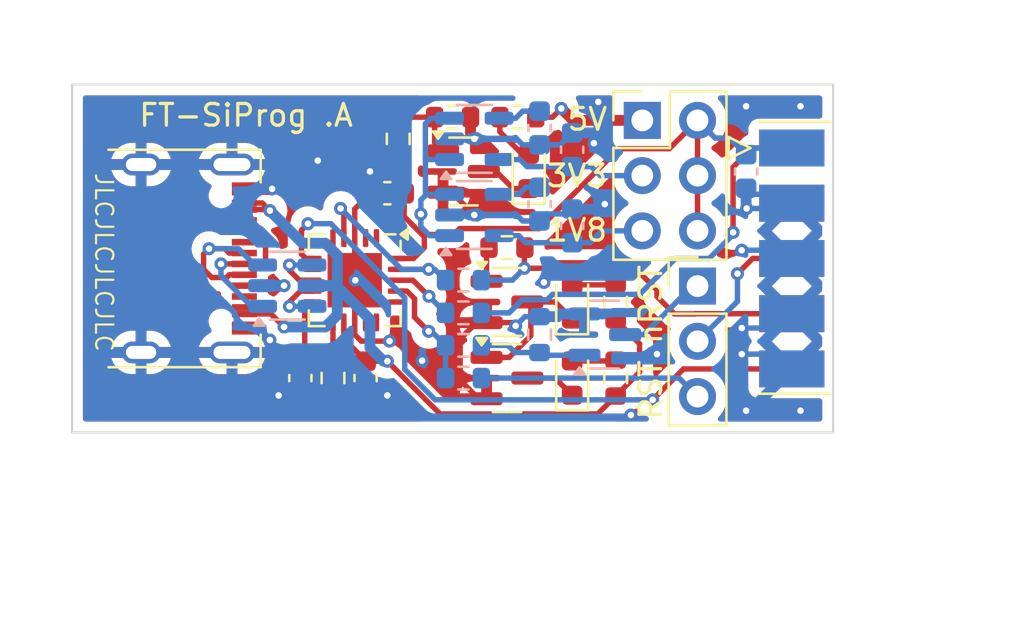
<source format=kicad_pcb>
(kicad_pcb (version 20240108) (generator "pcbnew") (generator_version "8.0")
  (layers (0 "F.Cu" signal) (1 "In1.Cu" signal) (2 "In2.Cu" signal) (31 "B.Cu" signal) (34 "B.Paste" user) (35 "F.Paste" user) (36 "B.SilkS" user "B.Silkscreen") (37 "F.SilkS" user "F.Silkscreen") (38 "B.Mask" user) (39 "F.Mask" user) (44 "Edge.Cuts" user))
  (net 0 "")
  (net 1 "/nRESET")
  (net 2 "Net-(Q1-G)")
  (net 3 "GND")
  (net 4 "Net-(U1-~{RESET})")
  (net 8 "Net-(U1-~{DTR})")
  (net 9 "Net-(U1-3V3OUT)")
  (net 14 "/MOSI{slash}SDA")
  (net 15 "/RST")
  (net 16 "VCC")
  (net 17 "/RESET")
  (net 18 "/SCK{slash}SCL")
  (net 19 "Net-(U2-BP)")
  (net 20 "3V3")
  (net 21 "Net-(U3-BP)")
  (net 22 "1V8")
  (net 23 "Net-(D1-K)")
  (net 24 "Net-(D1-A)")
  (net 25 "Net-(D2-A)")
  (net 26 "Net-(D2-K)")
  (net 27 "Net-(D3-A)")
  (net 28 "Net-(D3-K)")
  (net 29 "Net-(Q2-G)")
  (net 30 "Net-(Q3-G)")
  (net 35 "Net-(U1-USBDP)")
  (net 36 "Net-(U1-USBDM)")
  (net 37 "Net-(J5-D+-PadA6)")
  (net 38 "Net-(J5-D--PadA7)")
  (net 39 "/MISO{slash}SDA")
  (net 40 "Net-(U1-TXD)")
  (net 41 "Net-(U1-~{DSR})")
  (net 43 "VUSB")
  (footprint "LED_SMD:LED_0603_1608Metric" (layer "F.Cu") (at 138 110.5 90)
    (property "Reference" "D3" (hide yes))
    (property "Value" "LED")
    (pad "1" smd roundrect (at -0.7875 0 90) (size 0.875 0.95) (layers "F.Cu" "F.Paste" "F.Mask") (net 28 "Net-(D3-K)"))
    (pad "2" smd roundrect (at 0.7875 0 90) (size 0.875 0.95) (layers "F.Cu" "F.Paste" "F.Mask") (net 27 "Net-(D3-A)"))
  )
  (footprint "Resistor_SMD:R_0603_1608Metric" (layer "F.Cu") (at 127 110.5 -90)
    (property "Reference" "R2" (hide yes))
    (property "Value" "R")
    (pad "1" smd roundrect (at -0.825 0 270) (size 0.8 0.95) (layers "F.Cu" "F.Paste" "F.Mask") (net 4 "Net-(U1-~{RESET})"))
    (pad "2" smd roundrect (at 0.825 0 270) (size 0.8 0.95) (layers "F.Cu" "F.Paste" "F.Mask") (net 9 "Net-(U1-3V3OUT)"))
  )
  (footprint "Resistor_SMD:R_0603_1608Metric" (layer "F.Cu") (at 140 107 -90)
    (property "Reference" "R11" (hide yes))
    (property "Value" "R")
    (pad "1" smd roundrect (at -0.825 0 270) (size 0.8 0.95) (layers "F.Cu" "F.Paste" "F.Mask") (net 25 "Net-(D2-A)"))
    (pad "2" smd roundrect (at 0.825 0 270) (size 0.8 0.95) (layers "F.Cu" "F.Paste" "F.Mask") (net 43 "VUSB"))
  )
  (footprint "Resistor_SMD:R_0603_1608Metric" (layer "F.Cu") (at 135.5 98.5)
    (property "Reference" "R9" (hide yes))
    (property "Value" "R")
    (pad "1" smd roundrect (at -0.825 0) (size 0.8 0.95) (layers "F.Cu" "F.Paste" "F.Mask") (net 24 "Net-(D1-A)"))
    (pad "2" smd roundrect (at 0.825 0) (size 0.8 0.95) (layers "F.Cu" "F.Paste" "F.Mask") (net 43 "VUSB"))
  )
  (footprint "Capacitor_SMD:C_0603_1608Metric" (layer "F.Cu") (at 125.5 110.5 -90)
    (property "Reference" "C3" (hide yes))
    (property "Value" "C")
    (pad "1" smd roundrect (at -0.775 0 270) (size 0.9 0.95) (layers "F.Cu" "F.Paste" "F.Mask") (net 9 "Net-(U1-3V3OUT)"))
    (pad "2" smd roundrect (at 0.775 0 270) (size 0.9 0.95) (layers "F.Cu" "F.Paste" "F.Mask") (net 3 "GND"))
  )
  (footprint "Resistor_SMD:R_0603_1608Metric" (layer "F.Cu") (at 135 104.5 180)
    (property "Reference" "R10" (hide yes))
    (property "Value" "R")
    (pad "1" smd roundrect (at -0.825 0 180) (size 0.8 0.95) (layers "F.Cu" "F.Paste" "F.Mask") (net 18 "/SCK{slash}SCL"))
    (pad "2" smd roundrect (at 0.825 0 180) (size 0.8 0.95) (layers "F.Cu" "F.Paste" "F.Mask") (net 30 "Net-(Q3-G)"))
  )
  (footprint "Resistor_SMD:R_0603_1608Metric" (layer "F.Cu") (at 140 110.5 -90)
    (property "Reference" "R12" (hide yes))
    (property "Value" "R")
    (pad "1" smd roundrect (at -0.825 0 270) (size 0.8 0.95) (layers "F.Cu" "F.Paste" "F.Mask") (net 27 "Net-(D3-A)"))
    (pad "2" smd roundrect (at 0.825 0 270) (size 0.8 0.95) (layers "F.Cu" "F.Paste" "F.Mask") (net 43 "VUSB"))
  )
  (footprint "Capacitor_SMD:C_0603_1608Metric" (layer "F.Cu") (at 129.5 102 180)
    (property "Reference" "C2" (hide yes))
    (property "Value" "C")
    (pad "1" smd roundrect (at -0.775 0 180) (size 0.9 0.95) (layers "F.Cu" "F.Paste" "F.Mask") (net 16 "VCC"))
    (pad "2" smd roundrect (at 0.775 0 180) (size 0.9 0.95) (layers "F.Cu" "F.Paste" "F.Mask") (net 3 "GND"))
  )
  (footprint "Connector_PinHeader_2.54mm:PinHeader_1x03_P2.54mm_Vertical" (layer "F.Cu") (at 143.765 106.27)
    (property "Reference" "J2" (hide yes))
    (property "Value" "RESET")
    (pad "1" thru_hole rect (at 0 0) (size 1.7 1.7) (drill 1) (layers "*.Cu" "*.Mask") (net 1 "/nRESET"))
    (pad "2" thru_hole oval (at 0 2.54) (size 1.7 1.7) (drill 1) (layers "*.Cu" "*.Mask") (net 15 "/RST"))
    (pad "3" thru_hole oval (at 0 5.08) (size 1.7 1.7) (drill 1) (layers "*.Cu" "*.Mask") (net 17 "/RESET"))
  )
  (footprint "Resistor_SMD:R_0603_1608Metric" (layer "F.Cu") (at 132.5 98.5 180)
    (property "Reference" "R8" (hide yes))
    (property "Value" "R")
    (pad "1" smd roundrect (at -0.825 0 180) (size 0.8 0.95) (layers "F.Cu" "F.Paste" "F.Mask") (net 3 "GND"))
    (pad "2" smd roundrect (at 0.825 0 180) (size 0.8 0.95) (layers "F.Cu" "F.Paste" "F.Mask") (net 29 "Net-(Q2-G)"))
  )
  (footprint "LED_SMD:LED_0603_1608Metric" (layer "F.Cu") (at 138 107 90)
    (property "Reference" "D2" (hide yes))
    (property "Value" "LED")
    (pad "1" smd roundrect (at -0.7875 0 90) (size 0.875 0.95) (layers "F.Cu" "F.Paste" "F.Mask") (net 26 "Net-(D2-K)"))
    (pad "2" smd roundrect (at 0.7875 0 90) (size 0.875 0.95) (layers "F.Cu" "F.Paste" "F.Mask") (net 25 "Net-(D2-A)"))
  )
  (footprint "Capacitor_SMD:C_0603_1608Metric" (layer "F.Cu") (at 128.5 110.5 -90)
    (property "Reference" "C1" (hide yes))
    (property "Value" "C")
    (pad "1" smd roundrect (at -0.775 0 270) (size 0.9 0.95) (layers "F.Cu" "F.Paste" "F.Mask") (net 43 "VUSB"))
    (pad "2" smd roundrect (at 0.775 0 270) (size 0.9 0.95) (layers "F.Cu" "F.Paste" "F.Mask") (net 3 "GND"))
  )
  (footprint "Package_DFN_QFN:QFN-20-1EP_4x4mm_P0.5mm_EP2.5x2.5mm" (layer "F.Cu") (at 128 106 -90)
    (property "Reference" "U1" (hide yes))
    (property "Value" "FT231XQ")
    (pad "1" smd roundrect (at -1.9375 -1 270) (size 0.825 0.25) (layers "F.Cu" "F.Paste" "F.Mask"))
    (pad "2" smd roundrect (at -1.9375 -0.5 270) (size 0.825 0.25) (layers "F.Cu" "F.Paste" "F.Mask"))
    (pad "3" smd roundrect (at -1.9375 0 270) (size 0.825 0.25) (layers "F.Cu" "F.Paste" "F.Mask") (net 3 "GND"))
    (pad "4" smd roundrect (at -1.9375 0.5 270) (size 0.825 0.25) (layers "F.Cu" "F.Paste" "F.Mask") (net 41 "Net-(U1-~{DSR})"))
    (pad "5" smd roundrect (at -1.9375 1 270) (size 0.825 0.25) (layers "F.Cu" "F.Paste" "F.Mask"))
    (pad "6" smd roundrect (at -1 1.9375 270) (size 0.25 0.825) (layers "F.Cu" "F.Paste" "F.Mask") (net 39 "/MISO{slash}SDA"))
    (pad "7" smd roundrect (at -0.5 1.9375 270) (size 0.25 0.825) (layers "F.Cu" "F.Paste" "F.Mask"))
    (pad "8" smd roundrect (at 0 1.9375 270) (size 0.25 0.825) (layers "F.Cu" "F.Paste" "F.Mask") (net 35 "Net-(U1-USBDP)"))
    (pad "9" smd roundrect (at 0.5 1.9375 270) (size 0.25 0.825) (layers "F.Cu" "F.Paste" "F.Mask") (net 36 "Net-(U1-USBDM)"))
    (pad "10" smd roundrect (at 1 1.9375 270) (size 0.25 0.825) (layers "F.Cu" "F.Paste" "F.Mask") (net 9 "Net-(U1-3V3OUT)"))
    (pad "11" smd roundrect (at 1.9375 1 270) (size 0.825 0.25) (layers "F.Cu" "F.Paste" "F.Mask") (net 4 "Net-(U1-~{RESET})"))
    (pad "12" smd roundrect (at 1.9375 0.5 270) (size 0.825 0.25) (layers "F.Cu" "F.Paste" "F.Mask") (net 43 "VUSB"))
    (pad "13" smd roundrect (at 1.9375 0 270) (size 0.825 0.25) (layers "F.Cu" "F.Paste" "F.Mask") (net 3 "GND"))
    (pad "14" smd roundrect (at 1.9375 -0.5 270) (size 0.825 0.25) (layers "F.Cu" "F.Paste" "F.Mask"))
    (pad "15" smd roundrect (at 1.9375 -1 270) (size 0.825 0.25) (layers "F.Cu" "F.Paste" "F.Mask"))
    (pad "16" smd roundrect (at 1 -1.9375 270) (size 0.25 0.825) (layers "F.Cu" "F.Paste" "F.Mask"))
    (pad "17" smd roundrect (at 0.5 -1.9375 270) (size 0.25 0.825) (layers "F.Cu" "F.Paste" "F.Mask") (net 40 "Net-(U1-TXD)"))
    (pad "18" smd roundrect (at 0 -1.9375 270) (size 0.25 0.825) (layers "F.Cu" "F.Paste" "F.Mask") (net 8 "Net-(U1-~{DTR})"))
    (pad "19" smd roundrect (at -0.5 -1.9375 270) (size 0.25 0.825) (layers "F.Cu" "F.Paste" "F.Mask") (net 41 "Net-(U1-~{DSR})"))
    (pad "20" smd roundrect (at -1 -1.9375 270) (size 0.25 0.825) (layers "F.Cu" "F.Paste" "F.Mask") (net 16 "VCC"))
    (pad "21" smd rect (at 0 0 270) (size 2.5 2.5) (property pad_prop_heatsink) (layers "F.Cu" "F.Mask") (net 3 "GND"))
  )
  (footprint "Resistor_SMD:R_0603_1608Metric" (layer "F.Cu") (at 130 99.5 90)
    (property "Reference" "R7" (hide yes))
    (property "Value" "R")
    (pad "1" smd roundrect (at -0.825 0 90) (size 0.8 0.95) (layers "F.Cu" "F.Paste" "F.Mask") (net 16 "VCC"))
    (pad "2" smd roundrect (at 0.825 0 90) (size 0.8 0.95) (layers "F.Cu" "F.Paste" "F.Mask") (net 29 "Net-(Q2-G)"))
  )
  (footprint "Package_TO_SOT_SMD:SOT-23" (layer "F.Cu") (at 135 107)
    (property "Reference" "Q3" (hide yes))
    (property "Value" "BSS138")
    (pad "1" smd roundrect (at -0.9375 -0.95) (size 1.475 0.6) (layers "F.Cu" "F.Paste" "F.Mask") (net 30 "Net-(Q3-G)"))
    (pad "2" smd roundrect (at -0.9375 0.95) (size 1.475 0.6) (layers "F.Cu" "F.Paste" "F.Mask") (net 3 "GND"))
    (pad "3" smd roundrect (at 0.9375 0) (size 1.475 0.6) (layers "F.Cu" "F.Paste" "F.Mask") (net 26 "Net-(D2-K)"))
  )
  (footprint "LED_SMD:LED_0603_1608Metric" (layer "F.Cu") (at 136 101 90)
    (property "Reference" "D1" (hide yes))
    (property "Value" "LED")
    (pad "1" smd roundrect (at -0.7875 0 90) (size 0.875 0.95) (layers "F.Cu" "F.Paste" "F.Mask") (net 23 "Net-(D1-K)"))
    (pad "2" smd roundrect (at 0.7875 0 90) (size 0.875 0.95) (layers "F.Cu" "F.Paste" "F.Mask") (net 24 "Net-(D1-A)"))
  )
  (footprint "Package_TO_SOT_SMD:SOT-23" (layer "F.Cu") (at 133 101)
    (property "Reference" "Q2" (hide yes))
    (property "Value" "BSS138")
    (pad "1" smd roundrect (at -0.9375 -0.95) (size 1.475 0.6) (layers "F.Cu" "F.Paste" "F.Mask") (net 29 "Net-(Q2-G)"))
    (pad "2" smd roundrect (at -0.9375 0.95) (size 1.475 0.6) (layers "F.Cu" "F.Paste" "F.Mask") (net 3 "GND"))
    (pad "3" smd roundrect (at 0.9375 0) (size 1.475 0.6) (layers "F.Cu" "F.Paste" "F.Mask") (net 23 "Net-(D1-K)"))
  )
  (footprint "Package_TO_SOT_SMD:SOT-23" (layer "F.Cu") (at 135 110.5)
    (property "Reference" "Q4" (hide yes))
    (property "Value" "BSS138")
    (pad "1" smd roundrect (at -0.9375 -0.95) (size 1.475 0.6) (layers "F.Cu" "F.Paste" "F.Mask") (net 26 "Net-(D2-K)"))
    (pad "2" smd roundrect (at -0.9375 0.95) (size 1.475 0.6) (layers "F.Cu" "F.Paste" "F.Mask") (net 3 "GND"))
    (pad "3" smd roundrect (at 0.9375 0) (size 1.475 0.6) (layers "F.Cu" "F.Paste" "F.Mask") (net 28 "Net-(D3-K)"))
  )
  (footprint "all_gk_fp_Ki8:IDC-Header_2x05_P2.54mm_EDGE" (layer "F.Cu") (at 149.878 105)
    (property "Reference" "J1" (hide yes))
    (property "Value" "ISP")
    (pad "1" smd rect (at -1.778 -5.08) (size 3 1.7) (layers "F.Cu" "F.Mask") (net 14 "/MOSI{slash}SDA"))
    (pad "2" smd rect (at -1.778 -5.08) (size 3 1.7) (layers "B.Cu" "B.Mask") (net 16 "VCC"))
    (pad "3" smd rect (at -1.778 -2.54) (size 3 1.7) (layers "F.Cu" "F.Mask"))
    (pad "4" smd rect (at -1.778 -2.54) (size 3 1.7) (layers "B.Cu" "B.Mask") (net 3 "GND"))
    (pad "5" smd rect (at -1.778 0) (size 3 1.7) (layers "F.Cu" "F.Mask") (net 15 "/RST"))
    (pad "6" smd rect (at -1.778 0) (size 3 1.7) (layers "B.Cu" "B.Mask") (net 3 "GND"))
    (pad "7" smd rect (at -1.778 2.54) (size 3 1.7) (layers "F.Cu" "F.Mask") (net 18 "/SCK{slash}SCL"))
    (pad "8" smd rect (at -1.778 2.54) (size 3 1.7) (layers "B.Cu" "B.Mask") (net 3 "GND"))
    (pad "9" smd rect (at -1.778 5.08) (size 3 1.7) (layers "F.Cu" "F.Mask") (net 39 "/MISO{slash}SDA"))
    (pad "10" smd rect (at -1.778 5.08) (size 3 1.7) (layers "B.Cu" "B.Mask") (net 3 "GND"))
  )
  (footprint "Connector_PinHeader_2.54mm:PinHeader_2x03_P2.54mm_Vertical" (layer "F.Cu") (at 141.225 98.65)
    (property "Reference" "J4" (hide yes))
    (property "Value" "Conn_02x03_Odd_Even")
    (pad "1" thru_hole rect (at 0 0) (size 1.7 1.7) (drill 1) (layers "*.Cu" "*.Mask") (net 43 "VUSB"))
    (pad "2" thru_hole oval (at 2.54 0) (size 1.7 1.7) (drill 1) (layers "*.Cu" "*.Mask") (net 16 "VCC"))
    (pad "3" thru_hole oval (at 0 2.54) (size 1.7 1.7) (drill 1) (layers "*.Cu" "*.Mask") (net 20 "3V3"))
    (pad "4" thru_hole oval (at 2.54 2.54) (size 1.7 1.7) (drill 1) (layers "*.Cu" "*.Mask") (net 16 "VCC"))
    (pad "5" thru_hole oval (at 0 5.08) (size 1.7 1.7) (drill 1) (layers "*.Cu" "*.Mask") (net 22 "1V8"))
    (pad "6" thru_hole oval (at 2.54 5.08) (size 1.7 1.7) (drill 1) (layers "*.Cu" "*.Mask") (net 16 "VCC"))
  )
  (footprint "all_gk_fp_Ki8:USB_C_Receptacle_Wuerth_629722000214" (layer "F.Cu") (at 118.675 105 -90)
    (property "Reference" "J5" (hide yes))
    (property "Value" "USB_C_Receptacle_USB2.0_16P")
    (pad "" np_thru_hole circle (at -2.89 -3.18 270) (size 0.65 0.65) (drill 0.65) (layers "F&B.Cu" "*.Mask"))
    (pad "" np_thru_hole circle (at 2.89 -3.18 270) (size 0.65 0.65) (drill 0.65) (layers "F&B.Cu" "*.Mask"))
    (pad "A1" smd rect (at -3.35 -4.25 270) (size 0.3 1.15) (layers "F.Cu" "F.Paste" "F.Mask") (net 3 "GND"))
    (pad "A4" smd rect (at -2.55 -4.25 270) (size 0.3 1.15) (layers "F.Cu" "F.Paste" "F.Mask") (net 43 "VUSB"))
    (pad "A5" smd rect (at -1.25 -4.25 270) (size 0.3 1.15) (layers "F.Cu" "F.Paste" "F.Mask"))
    (pad "A6" smd rect (at -0.25 -4.25 270) (size 0.3 1.15) (layers "F.Cu" "F.Paste" "F.Mask") (net 37 "Net-(J5-D+-PadA6)"))
    (pad "A7" smd rect (at 0.25 -4.25 270) (size 0.3 1.15) (layers "F.Cu" "F.Paste" "F.Mask") (net 38 "Net-(J5-D--PadA7)"))
    (pad "A8" smd rect (at 1.25 -4.25 270) (size 0.3 1.15) (layers "F.Cu" "F.Paste" "F.Mask"))
    (pad "A9" smd rect (at 2.55 -4.25 270) (size 0.3 1.15) (layers "F.Cu" "F.Paste" "F.Mask") (net 43 "VUSB"))
    (pad "A12" smd rect (at 3.35 -4.25 270) (size 0.3 1.15) (layers "F.Cu" "F.Paste" "F.Mask") (net 3 "GND"))
    (pad "B1" smd rect (at 3.05 -4.25 270) (size 0.3 1.15) (layers "F.Cu" "F.Paste" "F.Mask") (net 3 "GND"))
    (pad "B4" smd rect (at 2.25 -4.25 270) (size 0.3 1.15) (layers "F.Cu" "F.Paste" "F.Mask") (net 43 "VUSB"))
    (pad "B5" smd rect (at 1.75 -4.25 270) (size 0.3 1.15) (layers "F.Cu" "F.Paste" "F.Mask"))
    (pad "B6" smd rect (at 0.75 -4.25 270) (size 0.3 1.15) (layers "F.Cu" "F.Paste" "F.Mask") (net 37 "Net-(J5-D+-PadA6)"))
    (pad "B7" smd rect (at -0.75 -4.25 270) (size 0.3 1.15) (layers "F.Cu" "F.Paste" "F.Mask") (net 38 "Net-(J5-D--PadA7)"))
    (pad "B8" smd rect (at -1.75 -4.25 270) (size 0.3 1.15) (layers "F.Cu" "F.Paste" "F.Mask"))
    (pad "B9" smd rect (at -2.25 -4.25 270) (size 0.3 1.15) (layers "F.Cu" "F.Paste" "F.Mask") (net 43 "VUSB"))
    (pad "B12" smd rect (at -3.05 -4.25 270) (size 0.3 1.15) (layers "F.Cu" "F.Paste" "F.Mask") (net 3 "GND"))
    (pad "S1" thru_hole oval (at -4.32 -3.68 270) (size 1 2.1) (drill oval 0.6 1.7) (layers "*.Cu" "*.Mask") (net 3 "GND"))
    (pad "S1" thru_hole oval (at -4.32 0.5 270) (size 1 1.8) (drill oval 0.6 1.4) (layers "*.Cu" "*.Mask") (net 3 "GND"))
    (pad "S1" thru_hole oval (at 4.32 -3.68 270) (size 1 2.1) (drill oval 0.6 1.7) (layers "*.Cu" "*.Mask") (net 3 "GND"))
    (pad "S1" thru_hole oval (at 4.32 0.5 270) (size 1 1.8) (drill oval 0.6 1.4) (layers "*.Cu" "*.Mask") (net 3 "GND"))
  )
  (footprint "Resistor_SMD:R_0603_1608Metric" (layer "B.Cu") (at 136.5 108.5 -90)
    (property "Reference" "R1" (hide yes))
    (property "Value" "R")
    (pad "1" smd roundrect (at -0.825 0 270) (size 0.8 0.95) (layers "B.Cu" "B.Paste" "B.Mask") (net 3 "GND"))
    (pad "2" smd roundrect (at 0.825 0 270) (size 0.8 0.95) (layers "B.Cu" "B.Paste" "B.Mask") (net 2 "Net-(Q1-G)"))
  )
  (footprint "Capacitor_SMD:C_0603_1608Metric" (layer "B.Cu") (at 136.5 99 -90)
    (property "Reference" "C5" (hide yes))
    (property "Value" "C")
    (pad "1" smd roundrect (at -0.775 0 270) (size 0.9 0.95) (layers "B.Cu" "B.Paste" "B.Mask") (net 19 "Net-(U2-BP)"))
    (pad "2" smd roundrect (at 0.775 0 270) (size 0.9 0.95) (layers "B.Cu" "B.Paste" "B.Mask") (net 3 "GND"))
  )
  (footprint "Resistor_SMD:R_0603_1608Metric" (layer "B.Cu") (at 133 108.995)
    (property "Reference" "R3" (hide yes))
    (property "Value" "R")
    (pad "1" smd roundrect (at -0.825 0) (size 0.8 0.95) (layers "B.Cu" "B.Paste" "B.Mask") (net 40 "Net-(U1-TXD)"))
    (pad "2" smd roundrect (at 0.825 0) (size 0.8 0.95) (layers "B.Cu" "B.Paste" "B.Mask") (net 2 "Net-(Q1-G)"))
  )
  (footprint "Package_TO_SOT_SMD:SOT-23-5" (layer "B.Cu") (at 133.5 103)
    (property "Reference" "U3" (hide yes))
    (property "Value" "AP131-18")
    (pad "1" smd roundrect (at -1.1375 0.95) (size 1.325 0.6) (layers "B.Cu" "B.Paste" "B.Mask") (net 43 "VUSB"))
    (pad "2" smd roundrect (at -1.1375 0) (size 1.325 0.6) (layers "B.Cu" "B.Paste" "B.Mask") (net 3 "GND"))
    (pad "3" smd roundrect (at -1.1375 -0.95) (size 1.325 0.6) (layers "B.Cu" "B.Paste" "B.Mask") (net 43 "VUSB"))
    (pad "4" smd roundrect (at 1.1375 -0.95) (size 1.325 0.6) (layers "B.Cu" "B.Paste" "B.Mask") (net 21 "Net-(U3-BP)"))
    (pad "5" smd roundrect (at 1.1375 0.95) (size 1.325 0.6) (layers "B.Cu" "B.Paste" "B.Mask") (net 22 "1V8"))
  )
  (footprint "Capacitor_SMD:C_0603_1608Metric" (layer "B.Cu") (at 146 101 -90)
    (property "Reference" "C4" (hide yes))
    (property "Value" "C")
    (pad "1" smd roundrect (at -0.775 0 270) (size 0.9 0.95) (layers "B.Cu" "B.Paste" "B.Mask") (net 16 "VCC"))
    (pad "2" smd roundrect (at 0.775 0 270) (size 0.9 0.95) (layers "B.Cu" "B.Paste" "B.Mask") (net 3 "GND"))
  )
  (footprint "Resistor_SMD:R_0603_1608Metric" (layer "B.Cu") (at 133 105.995)
    (property "Reference" "R5" (hide yes))
    (property "Value" "R")
    (pad "1" smd roundrect (at -0.825 0) (size 0.8 0.95) (layers "B.Cu" "B.Paste" "B.Mask") (net 41 "Net-(U1-~{DSR})"))
    (pad "2" smd roundrect (at 0.825 0) (size 0.8 0.95) (layers "B.Cu" "B.Paste" "B.Mask") (net 18 "/SCK{slash}SCL"))
  )
  (footprint "Resistor_SMD:R_0603_1608Metric" (layer "B.Cu") (at 133 107.5)
    (property "Reference" "R6" (hide yes))
    (property "Value" "R")
    (pad "1" smd roundrect (at -0.825 0) (size 0.8 0.95) (layers "B.Cu" "B.Paste" "B.Mask") (net 8 "Net-(U1-~{DTR})"))
    (pad "2" smd roundrect (at 0.825 0) (size 0.8 0.95) (layers "B.Cu" "B.Paste" "B.Mask") (net 14 "/MOSI{slash}SDA"))
  )
  (footprint "Capacitor_SMD:C_0603_1608Metric" (layer "B.Cu") (at 138 103.5 90)
    (property "Reference" "C8" (hide yes))
    (property "Value" "C")
    (pad "1" smd roundrect (at -0.775 0 90) (size 0.9 0.95) (layers "B.Cu" "B.Paste" "B.Mask") (net 22 "1V8"))
    (pad "2" smd roundrect (at 0.775 0 90) (size 0.9 0.95) (layers "B.Cu" "B.Paste" "B.Mask") (net 3 "GND"))
  )
  (footprint "Capacitor_SMD:C_0603_1608Metric" (layer "B.Cu") (at 136.5 102.5 -90)
    (property "Reference" "C7" (hide yes))
    (property "Value" "C")
    (pad "1" smd roundrect (at -0.775 0 270) (size 0.9 0.95) (layers "B.Cu" "B.Paste" "B.Mask") (net 21 "Net-(U3-BP)"))
    (pad "2" smd roundrect (at 0.775 0 270) (size 0.9 0.95) (layers "B.Cu" "B.Paste" "B.Mask") (net 3 "GND"))
  )
  (footprint "Resistor_SMD:R_0603_1608Metric" (layer "B.Cu") (at 133 110.5)
    (property "Reference" "R4" (hide yes))
    (property "Value" "R")
    (pad "1" smd roundrect (at -0.825 0) (size 0.8 0.95) (layers "B.Cu" "B.Paste" "B.Mask") (net 40 "Net-(U1-TXD)"))
    (pad "2" smd roundrect (at 0.825 0) (size 0.8 0.95) (layers "B.Cu" "B.Paste" "B.Mask") (net 17 "/RESET"))
  )
  (footprint "Capacitor_SMD:C_0603_1608Metric" (layer "B.Cu") (at 138 100 90)
    (property "Reference" "C6" (hide yes))
    (property "Value" "C")
    (pad "1" smd roundrect (at -0.775 0 90) (size 0.9 0.95) (layers "B.Cu" "B.Paste" "B.Mask") (net 20 "3V3"))
    (pad "2" smd roundrect (at 0.775 0 90) (size 0.9 0.95) (layers "B.Cu" "B.Paste" "B.Mask") (net 3 "GND"))
  )
  (footprint "Package_TO_SOT_SMD:SOT-23" (layer "B.Cu") (at 139.5 108.5)
    (property "Reference" "Q1" (hide yes))
    (property "Value" "BSS138")
    (pad "1" smd roundrect (at -0.9375 0.95) (size 1.475 0.6) (layers "B.Cu" "B.Paste" "B.Mask") (net 2 "Net-(Q1-G)"))
    (pad "2" smd roundrect (at -0.9375 -0.95) (size 1.475 0.6) (layers "B.Cu" "B.Paste" "B.Mask") (net 3 "GND"))
    (pad "3" smd roundrect (at 0.9375 0) (size 1.475 0.6) (layers "B.Cu" "B.Paste" "B.Mask") (net 1 "/nRESET"))
  )
  (footprint "Package_TO_SOT_SMD:SOT-23-6" (layer "B.Cu") (at 124.9 106.25)
    (property "Reference" "U4" (hide yes))
    (property "Value" "WE-TVS-82400102")
    (pad "1" smd roundrect (at -1.1375 0.95) (size 1.325 0.6) (layers "B.Cu" "B.Paste" "B.Mask") (net 38 "Net-(J5-D--PadA7)"))
    (pad "2" smd roundrect (at -1.1375 0) (size 1.325 0.6) (layers "B.Cu" "B.Paste" "B.Mask") (net 3 "GND"))
    (pad "3" smd roundrect (at -1.1375 -0.95) (size 1.325 0.6) (layers "B.Cu" "B.Paste" "B.Mask") (net 37 "Net-(J5-D+-PadA6)"))
    (pad "4" smd roundrect (at 1.1375 -0.95) (size 1.325 0.6) (layers "B.Cu" "B.Paste" "B.Mask") (net 35 "Net-(U1-USBDP)"))
    (pad "5" smd roundrect (at 1.1375 0) (size 1.325 0.6) (layers "B.Cu" "B.Paste" "B.Mask") (net 43 "VUSB"))
    (pad "6" smd roundrect (at 1.1375 0.95) (size 1.325 0.6) (layers "B.Cu" "B.Paste" "B.Mask") (net 36 "Net-(U1-USBDM)"))
  )
  (footprint "Package_TO_SOT_SMD:SOT-23-5" (layer "B.Cu") (at 133.5 99.5)
    (property "Reference" "U2" (hide yes))
    (property "Value" "AP131-33")
    (pad "1" smd roundrect (at -1.1375 0.95) (size 1.325 0.6) (layers "B.Cu" "B.Paste" "B.Mask") (net 43 "VUSB"))
    (pad "2" smd roundrect (at -1.1375 0) (size 1.325 0.6) (layers "B.Cu" "B.Paste" "B.Mask") (net 3 "GND"))
    (pad "3" smd roundrect (at -1.1375 -0.95) (size 1.325 0.6) (layers "B.Cu" "B.Paste" "B.Mask") (net 43 "VUSB"))
    (pad "4" smd roundrect (at 1.1375 -0.95) (size 1.325 0.6) (layers "B.Cu" "B.Paste" "B.Mask") (net 19 "Net-(U2-BP)"))
    (pad "5" smd roundrect (at 1.1375 0.95) (size 1.325 0.6) (layers "B.Cu" "B.Paste" "B.Mask") (net 20 "3V3"))
  )
  (gr_line (start 115 113) (end 115 97) (stroke (width 0.1)) (layer "Edge.Cuts"))
  (gr_line (start 150 113) (end 115 113) (stroke (width 0.1)) (layer "Edge.Cuts"))
  (gr_line (start 150 97) (end 150 113) (stroke (width 0.1)) (layer "Edge.Cuts"))
  (gr_line (start 115 97) (end 150 97) (stroke (width 0.1)) (layer "Edge.Cuts"))
  (gr_text "FT-SiProg .A" (at 118 99 0) (layer "F.SilkS") (effects (font (size 1 1)) (justify left bottom)))
  (gr_text "JLCJLCJLCJLC" (at 116 101 -90) (layer "F.SilkS") (effects (font (size 0.8 0.8) (thickness 0.1)) (justify left bottom)))
  (gr_text "RST nRST" (at 142.2 112.5 90) (layer "F.SilkS") (effects (font (size 1 1)) (justify left bottom)))
  (gr_text "1V8" (at 139.7 103.7 0) (layer "F.SilkS") (effects (font (size 1 1)) (justify right)))
  (gr_text "5V" (at 139.7 98.6 0) (layer "F.SilkS") (effects (font (size 1 1)) (justify right)))
  (gr_text "3V3" (at 139.7 101.2 0) (layer "F.SilkS") (effects (font (size 1 1)) (justify right)))
  (segment (start 140.4375 108.5) (end 141.3 108.5) (width 0.25) (layer "B.Cu") (net 1))
  (segment (start 141.3 108.5) (end 143.53 106.27) (width 0.25) (layer "B.Cu") (net 1))
  (segment (start 143.53 106.27) (end 143.765 106.27) (width 0.25) (layer "B.Cu") (net 1))
  (segment (start 135.045 108.995) (end 133.825 108.995) (width 0.25) (layer "B.Cu") (net 2))
  (segment (start 135.375 109.325) (end 135.045 108.995) (width 0.25) (layer "B.Cu") (net 2))
  (segment (start 138.5625 109.45) (end 136.625 109.45) (width 0.25) (layer "B.Cu") (net 2))
  (segment (start 136.5 109.325) (end 135.375 109.325) (width 0.25) (layer "B.Cu") (net 2))
  (segment (start 136.625 109.45) (end 136.5 109.325) (width 0.25) (layer "B.Cu") (net 2))
  (segment (start 128 102.725) (end 128.725 102) (width 0.25) (layer "F.Cu") (net 3))
  (segment (start 123.8 108.15) (end 123.8 108.45) (width 0.25) (layer "F.Cu") (net 3))
  (segment (start 124.1 108.75) (end 123.7 108.35) (width 0.25) (layer "F.Cu") (net 3))
  (segment (start 124.05 101.95) (end 124.2 101.8) (width 0.25) (layer "F.Cu") (net 3))
  (segment (start 123.7 108.35) (end 122.925 108.35) (width 0.25) (layer "F.Cu") (net 3))
  (segment (start 132.0625 101.95) (end 132.45 101.95) (width 0.25) (layer "F.Cu") (net 3))
  (segment (start 123.8 108.45) (end 124.1 108.75) (width 0.25) (layer "F.Cu") (net 3))
  (segment (start 128 106) (end 128.023415 106) (width 0.25) (layer "F.Cu") (net 3))
  (segment (start 128.023415 106) (end 128.025 106.001585) (width 0.25) (layer "F.Cu") (net 3))
  (segment (start 132.85 110.6) (end 132.85 108.7) (width 0.25) (layer "F.Cu") (net 3))
  (segment (start 124.2 101.8) (end 124.05 101.65) (width 0.25) (layer "F.Cu") (net 3))
  (segment (start 132.85 108.7) (end 133.6 107.95) (width 0.25) (layer "F.Cu") (net 3))
  (segment (start 129.475 111.275) (end 129.5 111.3) (width 0.25) (layer "F.Cu") (net 3))
  (segment (start 125.5 111.275) (end 124.525 111.275) (width 0.25) (layer "F.Cu") (net 3))
  (segment (start 133.6 107.95) (end 134.0625 107.95) (width 0.25) (layer "F.Cu") (net 3))
  (segment (start 124.05 101.65) (end 122.925 101.65) (width 0.25) (layer "F.Cu") (net 3))
  (segment (start 128 104.0625) (end 128 102.725) (width 0.25) (layer "F.Cu") (net 3))
  (segment (start 135.25 107.95) (end 134.0625 107.95) (width 0.25) (layer "F.Cu") (net 3))
  (segment (start 134.0625 111.45) (end 133.7 111.45) (width 0.25) (layer "F.Cu") (net 3))
  (segment (start 128.5 111.275) (end 129.475 111.275) (width 0.25) (layer "F.Cu") (net 3))
  (segment (start 123.7 108.05) (end 123.8 108.15) (width 0.25) (layer "F.Cu") (net 3))
  (segment (start 128 107.9375) (end 128 108.5) (width 0.25) (layer "F.Cu") (net 3))
  (segment (start 128 108.5) (end 128.3 108.8) (width 0.25) (layer "F.Cu") (net 3))
  (segment (start 122.925 101.95) (end 124.05 101.95) (width 0.25) (layer "F.Cu") (net 3))
  (segment (start 133.325 99.325) (end 133.5 99.5) (width 0.25) (layer "F.Cu") (net 3))
  (segment (start 135.4 108.1) (end 135.25 107.95) (width 0.25) (layer "F.Cu") (net 3))
  (segment (start 128 104.0625) (end 128 106) (width 0.25) (layer "F.Cu") (net 3))
  (segment (start 133.325 98.5) (end 133.325 99.325) (width 0.25) (layer "F.Cu") (net 3))
  (segment (start 132.45 101.95) (end 133.5 103) (width 0.25) (layer "F.Cu") (net 3))
  (segment (start 128.725 101.025) (end 128.7 101) (width 0.25) (layer "F.Cu") (net 3))
  (segment (start 128.725 102) (end 128.725 101.025) (width 0.25) (layer "F.Cu") (net 3))
  (segment (start 128.3 108.8) (end 129.6 108.8) (width 0.25) (layer "F.Cu") (net 3))
  (segment (start 122.925 108.05) (end 123.7 108.05) (width 0.25) (layer "F.Cu") (net 3))
  (segment (start 133.7 111.45) (end 132.85 110.6) (width 0.25) (layer "F.Cu") (net 3))
  (segment (start 128 107.9375) (end 128 106) (width 0.25) (layer "F.Cu") (net 3))
  (segment (start 124.525 111.275) (end 124.5 111.3) (width 0.25) (layer "F.Cu") (net 3))
  (via (at 124.75 106.25) (size 0.6) (drill 0.3) (layers "F.Cu" "B.Cu") (net 3))
  (via (at 145.795558 104.620558) (size 0.6) (drill 0.3) (layers "F.Cu" "B.Cu") (net 3))
  (via (at 124.5 111.3) (size 0.6) (drill 0.3) (layers "F.Cu" "B.Cu") (net 3))
  (via (at 146 112) (size 0.6) (drill 0.3) (layers "F.Cu" "B.Cu") (net 3))
  (via (at 140.7 112.2) (size 0.6) (drill 0.3) (layers "F.Cu" "B.Cu") (net 3))
  (via (at 128.025 106.001585) (size 0.6) (drill 0.3) (layers "F.Cu" "B.Cu") (net 3))
  (via (at 133.5 99.5) (size 0.6) (drill 0.3) (layers "F.Cu" "B.Cu") (net 3))
  (via (at 141.9 109.4) (size 0.6) (drill 0.3) (layers "F.Cu" "B.Cu") (net 3))
  (via (at 136.7 106.1) (size 0.6) (drill 0.3) (layers "F.Cu" "B.Cu") (net 3))
  (via (at 139.2 97.8) (size 0.6) (drill 0.3) (layers "F.Cu" "B.Cu") (net 3))
  (via (at 146.025 102.7) (size 0.6) (drill 0.3) (layers "F.Cu" "B.Cu") (net 3))
  (via (at 135.4 108.1) (size 0.6) (drill 0.3) (layers "F.Cu" "B.Cu") (net 3))
  (via (at 146 98) (size 0.6) (drill 0.3) (layers "F.Cu" "B.Cu") (net 3))
  (via (at 133.5 103) (size 0.6) (drill 0.3) (layers "F.Cu" "B.Cu") (net 3))
  (via (at 139.5 102.5) (size 0.6) (drill 0.3) (layers "F.Cu" "B.Cu") (net 3))
  (via (at 145.8 109.4) (size 0.6) (drill 0.3) (layers "F.Cu" "B.Cu") (net 3))
  (via (at 129.5 111.3) (size 0.6) (drill 0.3) (layers "F.Cu" "B.Cu") (net 3))
  (via (at 124.1 108.75) (size 0.6) (drill 0.3) (layers "F.Cu" "B.Cu") (net 3))
  (via (at 129.6 108.8) (size 0.6) (drill 0.3) (layers "F.Cu" "B.Cu") (net 3))
  (via (at 124.2 101.8) (size 0.6) (drill 0.3) (layers "F.Cu" "B.Cu") (net 3))
  (via (at 126.3 100.5) (size 0.6) (drill 0.3) (layers "F.Cu" "B.Cu") (net 3))
  (via (at 145.8 108.2) (size 0.6) (drill 0.3) (layers "F.Cu" "B.Cu") (net 3))
  (via (at 148.5 112) (size 0.6) (drill 0.3) (layers "F.Cu" "B.Cu") (net 3))
  (via (at 139 99.7) (size 0.6) (drill 0.3) (layers "F.Cu" "B.Cu") (net 3))
  (via (at 128.7 101) (size 0.6) (drill 0.3) (layers "F.Cu" "B.Cu") (net 3))
  (via (at 131.1 109.7) (size 0.6) (drill 0.3) (layers "F.Cu" "B.Cu") (net 3))
  (via (at 148.5 98) (size 0.6) (drill 0.3) (layers "F.Cu" "B.Cu") (net 3))
  (segment (start 123.7625 106.25) (end 124.75 106.25) (width 0.5) (layer "B.Cu") (net 3))
  (segment (start 133.5 103) (end 132.3625 103) (width 0.25) (layer "B.Cu") (net 3))
  (segment (start 137.775 102.95) (end 138 102.725) (width 0.25) (layer "B.Cu") (net 3))
  (segment (start 147.86 102.7) (end 146.025 102.7) (width 0.25) (layer "B.Cu") (net 3))
  (segment (start 135.45 103) (end 135.725 103.275) (width 0.25) (layer "B.Cu") (net 3))
  (segment (start 148.1 110.08) (end 147.42 109.4) (width 0.25) (layer "B.Cu") (net 3))
  (segment (start 136.5 103.275) (end 136.825 102.95) (width 0.25) (layer "B.Cu") (net 3))
  (segment (start 148.1 102.46) (end 147.69 102.05) (width 0.25) (layer "B.Cu") (net 3))
  (segment (start 135.725 103.275) (end 136.5 103.275) (width 0.25) (layer "B.Cu") (net 3))
  (segment (start 147.69 102.05) (end 146.275 102.05) (width 0.25) (layer "B.Cu") (net 3))
  (segment (start 136.5 99.775) (end 137.45 99.775) (width 0.25) (layer "B.Cu") (net 3))
  (segment (start 135.825 107.675) (end 135.4 108.1) (width 0.25) (layer "B.Cu") (net 3))
  (segment (start 137.45 99.775) (end 138 99.225) (width 0.25) (layer "B.Cu") (net 3))
  (segment (start 147.720558 104.620558) (end 145.795558 104.620558) (width 0.25) (layer "B.Cu") (net 3))
  (segment (start 132.3625 103) (end 135.45 103) (width 0.25) (layer "B.Cu") (net 3))
  (segment (start 136.625 107.55) (end 136.5 107.675) (width 0.25) (layer "B.Cu") (net 3))
  (segment (start 146.275 102.05) (end 146 101.775) (width 0.25) (layer "B.Cu") (net 3))
  (segment (start 148.1 105) (end 147.720558 104.620558) (width 0.25) (layer "B.Cu") (net 3))
  (segment (start 148.1 107.54) (end 147.44 108.2) (width 0.25) (layer "B.Cu") (net 3))
  (segment (start 147.44 108.2) (end 145.8 108.2) (width 0.25) (layer "B.Cu") (net 3))
  (segment (start 136.5 107.675) (end 135.825 107.675) (width 0.25) (layer "B.Cu") (net 3))
  (segment (start 136.825 102.95) (end 137.775 102.95) (width 0.25) (layer "B.Cu") (net 3))
  (segment (start 147.42 109.4) (end 145.8 109.4) (width 0.25) (layer "B.Cu") (net 3))
  (segment (start 133.5 99.5) (end 135.45 99.5) (width 0.25) (layer "B.Cu") (net 3))
  (segment (start 138.5625 107.55) (end 136.625 107.55) (width 0.25) (layer "B.Cu") (net 3))
  (segment (start 135.725 99.775) (end 136.5 99.775) (width 0.25) (layer "B.Cu") (net 3))
  (segment (start 146 101.775) (end 146 102.675) (width 0.25) (layer "B.Cu") (net 3))
  (segment (start 148.1 102.46) (end 147.86 102.7) (width 0.25) (layer "B.Cu") (net 3))
  (segment (start 135.45 99.5) (end 135.725 99.775) (width 0.25) (layer "B.Cu") (net 3))
  (segment (start 132.3625 99.5) (end 133.5 99.5) (width 0.25) (layer "B.Cu") (net 3))
  (segment (start 146 102.675) (end 146.025 102.7) (width 0.25) (layer "B.Cu") (net 3))
  (segment (start 127 109.675) (end 127 107.9375) (width 0.25) (layer "F.Cu") (net 4))
  (segment (start 131.4125 106.7375) (end 130.675 106) (width 0.25) (layer "F.Cu") (net 8))
  (segment (start 130.675 106) (end 129.9375 106) (width 0.25) (layer "F.Cu") (net 8))
  (via (at 131.4125 106.7375) (size 0.6) (drill 0.3) (layers "F.Cu" "B.Cu") (net 8))
  (segment (start 131.4125 106.7375) (end 132.175 107.5) (width 0.25) (layer "B.Cu") (net 8))
  (segment (start 125.7 109.525) (end 125.5 109.725) (width 0.25) (layer "F.Cu") (net 9))
  (segment (start 125.5 109.8) (end 125.5 109.725) (width 0.25) (layer "F.Cu") (net 9))
  (segment (start 125.7 107) (end 125.7 109.525) (width 0.25) (layer "F.Cu") (net 9))
  (segment (start 127 111.3) (end 125.5 109.8) (width 0.25) (layer "F.Cu") (net 9))
  (segment (start 127 111.325) (end 127 111.3) (width 0.25) (layer "F.Cu") (net 9))
  (segment (start 126.0625 107) (end 125.7 107) (width 0.25) (layer "F.Cu") (net 9))
  (segment (start 146.28 99.92) (end 148.1 99.92) (width 0.25) (layer "F.Cu") (net 14))
  (segment (start 145.4 100.8) (end 146.28 99.92) (width 0.25) (layer "F.Cu") (net 14))
  (segment (start 145.4 103.8) (end 145.4 100.8) (width 0.25) (layer "F.Cu") (net 14))
  (via (at 145.4 103.8) (size 0.6) (drill 0.3) (layers "F.Cu" "B.Cu") (net 14))
  (segment (start 137.1 106.65) (end 141.1 106.65) (width 0.25) (layer "B.Cu") (net 14))
  (segment (start 135.1 107.5) (end 135.7 106.9) (width 0.25) (layer "B.Cu") (net 14))
  (segment (start 141.1 106.65) (end 142.75 105) (width 0.25) (layer "B.Cu") (net 14))
  (segment (start 145.4 103.9) (end 145.4 103.8) (width 0.25) (layer "B.Cu") (net 14))
  (segment (start 135.7 106.9) (end 136.85 106.9) (width 0.25) (layer "B.Cu") (net 14))
  (segment (start 133.825 107.5) (end 135.1 107.5) (width 0.25) (layer "B.Cu") (net 14))
  (segment (start 142.75 105) (end 144.3 105) (width 0.25) (layer "B.Cu") (net 14))
  (segment (start 144.3 105) (end 145.4 103.9) (width 0.25) (layer "B.Cu") (net 14))
  (segment (start 136.85 106.9) (end 137.1 106.65) (width 0.25) (layer "B.Cu") (net 14))
  (segment (start 146.3 105) (end 148.1 105) (width 0.25) (layer "F.Cu") (net 15))
  (segment (start 145.6 105.7) (end 146.3 105) (width 0.25) (layer "F.Cu") (net 15))
  (via (at 145.6 105.7) (size 0.6) (drill 0.3) (layers "F.Cu" "B.Cu") (net 15))
  (segment (start 145.6 106.975) (end 145.6 105.7) (width 0.25) (layer "B.Cu") (net 15))
  (segment (start 143.765 108.81) (end 145.6 106.975) (width 0.25) (layer "B.Cu") (net 15))
  (segment (start 130.7 105) (end 131.2 104.5) (width 0.25) (layer "F.Cu") (net 16))
  (segment (start 131.2 104.5) (end 131.2 103.9) (width 0.25) (layer "F.Cu") (net 16))
  (segment (start 129.9375 105) (end 130.7 105) (width 0.25) (layer "F.Cu") (net 16))
  (segment (start 130 100.325) (end 130.275 100.6) (width 0.25) (layer "F.Cu") (net 16))
  (segment (start 132.55 103.9) (end 131.2 103.9) (width 0.25) (layer "F.Cu") (net 16))
  (segment (start 142.465 99.95) (end 140.15 99.95) (width 0.25) (layer "F.Cu") (net 16))
  (segment (start 132.825 103.625) (end 132.55 103.9) (width 0.25) (layer "F.Cu") (net 16))
  (segment (start 136.475 103.625) (end 132.825 103.625) (width 0.25) (layer "F.Cu") (net 16))
  (segment (start 130.275 102) (end 130.275 103.075) (width 0.25) (layer "F.Cu") (net 16))
  (segment (start 130.275 100.6) (end 130.275 102) (width 0.25) (layer "F.Cu") (net 16))
  (segment (start 131.1 103.9) (end 131.2 103.9) (width 0.25) (layer "F.Cu") (net 16))
  (segment (start 143.765 98.65) (end 143.765 103.73) (width 0.25) (layer "F.Cu") (net 16))
  (segment (start 143.765 98.65) (end 142.465 99.95) (width 0.25) (layer "F.Cu") (net 16))
  (segment (start 130.275 103.075) (end 131.1 103.9) (width 0.25) (layer "F.Cu") (net 16))
  (segment (start 140.15 99.95) (end 136.475 103.625) (width 0.25) (layer "F.Cu") (net 16))
  (segment (start 148.1 99.92) (end 146.305 99.92) (width 0.25) (layer "B.Cu") (net 16))
  (segment (start 144.5775 99.4625) (end 143.765 98.65) (width 0.25) (layer "B.Cu") (net 16))
  (segment (start 146.305 99.92) (end 146 100.225) (width 0.25) (layer "B.Cu") (net 16))
  (segment (start 146 100.225) (end 145.2375 99.4625) (width 0.25) (layer "B.Cu") (net 16))
  (segment (start 145.2375 99.4625) (end 144.5775 99.4625) (width 0.25) (layer "B.Cu") (net 16))
  (segment (start 133.825 110.5) (end 142.915 110.5) (width 0.25) (layer "B.Cu") (net 17))
  (segment (start 142.915 110.5) (end 143.765 111.35) (width 0.25) (layer "B.Cu") (net 17))
  (segment (start 141.9 106.75) (end 142.7 107.55) (width 0.25) (layer "F.Cu") (net 18))
  (segment (start 143.65 107.55) (end 143.66 107.54) (width 0.25) (layer "F.Cu") (net 18))
  (segment (start 135.8 105.45) (end 136.8 105.45) (width 0.25) (layer "F.Cu") (net 18))
  (segment (start 143.66 107.54) (end 148.1 107.54) (width 0.25) (layer "F.Cu") (net 18))
  (segment (start 141.9 106.45) (end 141.9 106.75) (width 0.25) (layer "F.Cu") (net 18))
  (segment (start 136.8 105.45) (end 137.05 105.2) (width 0.25) (layer "F.Cu") (net 18))
  (segment (start 137.05 105.2) (end 140.65 105.2) (width 0.25) (layer "F.Cu") (net 18))
  (segment (start 135.8 104.525) (end 135.825 104.5) (width 0.25) (layer "F.Cu") (net 18))
  (segment (start 140.65 105.2) (end 141.9 106.45) (width 0.25) (layer "F.Cu") (net 18))
  (segment (start 135.8 105.45) (end 135.8 104.525) (width 0.25) (layer "F.Cu") (net 18))
  (segment (start 142.7 107.55) (end 143.65 107.55) (width 0.25) (layer "F.Cu") (net 18))
  (via (at 135.8 105.45) (size 0.6) (drill 0.3) (layers "F.Cu" "B.Cu") (net 18))
  (segment (start 133.825 105.995) (end 135.255 105.995) (width 0.25) (layer "B.Cu") (net 18))
  (segment (start 135.255 105.995) (end 135.8 105.45) (width 0.25) (layer "B.Cu") (net 18))
  (segment (start 135.725 98.225) (end 136.5 98.225) (width 0.25) (layer "B.Cu") (net 19))
  (segment (start 135.4 98.55) (end 135.725 98.225) (width 0.25) (layer "B.Cu") (net 19))
  (segment (start 134.6375 98.55) (end 135.4 98.55) (width 0.25) (layer "B.Cu") (net 19))
  (segment (start 139.29 101.19) (end 138.875 100.775) (width 0.25) (layer "B.Cu") (net 20))
  (segment (start 141.225 101.19) (end 139.29 101.19) (width 0.25) (layer "B.Cu") (net 20))
  (segment (start 135.925 100.775) (end 138 100.775) (width 0.25) (layer "B.Cu") (net 20))
  (segment (start 138.875 100.775) (end 138 100.775) (width 0.25) (layer "B.Cu") (net 20))
  (segment (start 134.6375 100.45) (end 135.6 100.45) (width 0.25) (layer "B.Cu") (net 20))
  (segment (start 135.6 100.45) (end 135.925 100.775) (width 0.25) (layer "B.Cu") (net 20))
  (segment (start 135.875 101.725) (end 135.55 102.05) (width 0.25) (layer "B.Cu") (net 21))
  (segment (start 135.55 102.05) (end 134.6375 102.05) (width 0.25) (layer "B.Cu") (net 21))
  (segment (start 136.5 101.725) (end 135.875 101.725) (width 0.25) (layer "B.Cu") (net 21))
  (segment (start 138.825 104.275) (end 138 104.275) (width 0.25) (layer "B.Cu") (net 22))
  (segment (start 139.37 103.73) (end 138.825 104.275) (width 0.25) (layer "B.Cu") (net 22))
  (segment (start 141.225 103.73) (end 139.37 103.73) (width 0.25) (layer "B.Cu") (net 22))
  (segment (start 135.86875 104.275) (end 138 104.275) (width 0.25) (layer "B.Cu") (net 22))
  (segment (start 134.6375 103.95) (end 135.54375 103.95) (width 0.25) (layer "B.Cu") (net 22))
  (segment (start 135.54375 103.95) (end 135.86875 104.275) (width 0.25) (layer "B.Cu") (net 22))
  (segment (start 135.2875 101.7875) (end 134.5 101) (width 0.25) (layer "F.Cu") (net 23))
  (segment (start 134.5 101) (end 133.9375 101) (width 0.25) (layer "F.Cu") (net 23))
  (segment (start 136 101.7875) (end 135.2875 101.7875) (width 0.25) (layer "F.Cu") (net 23))
  (segment (start 135.7125 100.2125) (end 136 100.2125) (width 0.25) (layer "F.Cu") (net 24))
  (segment (start 134.675 98.5) (end 134.675 99.175) (width 0.25) (layer "F.Cu") (net 24))
  (segment (start 134.675 99.175) (end 135.7125 100.2125) (width 0.25) (layer "F.Cu") (net 24))
  (segment (start 139.9625 106.2125) (end 140 106.175) (width 0.25) (layer "F.Cu") (net 25))
  (segment (start 138 106.2125) (end 139.9625 106.2125) (width 0.25) (layer "F.Cu") (net 25))
  (segment (start 135.1 109.55) (end 136.1 108.55) (width 0.25) (layer "F.Cu") (net 26))
  (segment (start 136.1 108.55) (end 136.1 107.1625) (width 0.25) (layer "F.Cu") (net 26))
  (segment (start 137.2125 107) (end 138 107.7875) (width 0.25) (layer "F.Cu") (net 26))
  (segment (start 136.1 107.1625) (end 135.9375 107) (width 0.25) (layer "F.Cu") (net 26))
  (segment (start 134.0625 109.55) (end 135.1 109.55) (width 0.25) (layer "F.Cu") (net 26))
  (segment (start 135.9375 107) (end 137.2125 107) (width 0.25) (layer "F.Cu") (net 26))
  (segment (start 139.9625 109.7125) (end 140 109.675) (width 0.25) (layer "F.Cu") (net 27))
  (segment (start 138 109.7125) (end 139.9625 109.7125) (width 0.25) (layer "F.Cu") (net 27))
  (segment (start 137.2125 110.5) (end 138 111.2875) (width 0.25) (layer "F.Cu") (net 28))
  (segment (start 135.9375 110.5) (end 137.2125 110.5) (width 0.25) (layer "F.Cu") (net 28))
  (segment (start 130 98.675) (end 130.175 98.5) (width 0.25) (layer "F.Cu") (net 29))
  (segment (start 132.0625 100.05) (end 131.675 99.6625) (width 0.25) (layer "F.Cu") (net 29))
  (segment (start 130.175 98.5) (end 131.675 98.5) (width 0.25) (layer "F.Cu") (net 29))
  (segment (start 131.675 99.6625) (end 131.675 98.5) (width 0.25) (layer "F.Cu") (net 29))
  (segment (start 134.0625 106.05) (end 134.0625 104.6125) (width 0.25) (layer "F.Cu") (net 30))
  (segment (start 134.0625 104.6125) (end 134.175 104.5) (width 0.25) (layer "F.Cu") (net 30))
  (segment (start 125 105.55) (end 125 105.3) (width 0.25) (layer "F.Cu") (net 35))
  (segment (start 125.45 106) (end 125 105.55) (width 0.25) (layer "F.Cu") (net 35))
  (segment (start 126.0625 106) (end 125.45 106) (width 0.25) (layer "F.Cu") (net 35))
  (via (at 125 105.3) (size 0.6) (drill 0.3) (layers "F.Cu" "B.Cu") (net 35))
  (segment (start 126.0375 105.3) (end 125 105.3) (width 0.25) (layer "B.Cu") (net 35))
  (segment (start 125.5 106.5) (end 126.0625 106.5) (width 0.25) (layer "F.Cu") (net 36))
  (segment (start 125.15 106.85) (end 125 107) (width 0.25) (layer "F.Cu") (net 36))
  (segment (start 124.975 107.025) (end 125.15 106.85) (width 0.25) (layer "F.Cu") (net 36))
  (segment (start 124.975 107.20275) (end 124.975 107.025) (width 0.25) (layer "F.Cu") (net 36))
  (segment (start 125.15 106.85) (end 125.5 106.5) (width 0.25) (layer "F.Cu") (net 36))
  (segment (start 125 107) (end 125 107.20275) (width 0.25) (layer "F.Cu") (net 36))
  (via (at 125 107.20275) (size 0.6) (drill 0.3) (layers "F.Cu" "B.Cu") (net 36))
  (segment (start 126.0375 107.2) (end 125.00275 107.2) (width 0.25) (layer "B.Cu") (net 36))
  (segment (start 125.00275 107.2) (end 125 107.20275) (width 0.25) (layer "B.Cu") (net 36))
  (segment (start 122.108884 105.875) (end 121.425 105.875) (width 0.25) (layer "F.Cu") (net 37))
  (segment (start 122.225 104.75) (end 122.925 104.75) (width 0.25) (layer "F.Cu") (net 37))
  (segment (start 122.025 104.55) (end 122.225 104.75) (width 0.25) (layer "F.Cu") (net 37))
  (segment (start 122.233884 105.75) (end 122.108884 105.875) (width 0.25) (layer "F.Cu") (net 37))
  (segment (start 121.3 104.55) (end 122.025 104.55) (width 0.25) (layer "F.Cu") (net 37))
  (segment (start 121.05 105.5) (end 121.05 104.8) (width 0.25) (layer "F.Cu") (net 37))
  (segment (start 122.925 105.75) (end 122.233884 105.75) (width 0.25) (layer "F.Cu") (net 37))
  (segment (start 121.05 104.8) (end 121.3 104.55) (width 0.25) (layer "F.Cu") (net 37))
  (segment (start 121.425 105.875) (end 121.05 105.5) (width 0.25) (layer "F.Cu") (net 37))
  (via (at 121.3 104.55) (size 0.6) (drill 0.3) (layers "F.Cu" "B.Cu") (net 37))
  (segment (start 122.65 104.55) (end 123.4 105.3) (width 0.25) (layer "B.Cu") (net 37))
  (segment (start 123.4 105.3) (end 123.7625 105.3) (width 0.25) (layer "B.Cu") (net 37))
  (segment (start 121.3 104.55) (end 122.65 104.55) (width 0.25) (layer "B.Cu") (net 37))
  (segment (start 123.9 105.1) (end 123.9 104.4) (width 0.25) (layer "F.Cu") (net 38))
  (segment (start 123.75 104.25) (end 122.925 104.25) (width 0.25) (layer "F.Cu") (net 38))
  (segment (start 122.925 105.25) (end 123.75 105.25) (width 0.25) (layer "F.Cu") (net 38))
  (segment (start 123.75 105.25) (end 123.9 105.1) (width 0.25) (layer "F.Cu") (net 38))
  (segment (start 123.9 104.4) (end 123.75 104.25) (width 0.25) (layer "F.Cu") (net 38))
  (segment (start 121.85 105.25) (end 122.925 105.25) (width 0.25) (layer "F.Cu") (net 38))
  (via (at 121.85 105.25) (size 0.6) (drill 0.3) (layers "F.Cu" "B.Cu") (net 38))
  (segment (start 121.85 105.25) (end 121.85 105.8) (width 0.25) (layer "B.Cu") (net 38))
  (segment (start 121.85 105.8) (end 123.25 107.2) (width 0.25) (layer "B.Cu") (net 38))
  (segment (start 123.25 107.2) (end 123.7625 107.2) (width 0.25) (layer "B.Cu") (net 38))
  (segment (start 143.12 110.08) (end 148.1 110.08) (width 0.25) (layer "F.Cu") (net 39))
  (segment (start 125.75 105) (end 126.0625 105) (width 0.25) (layer "F.Cu") (net 39))
  (segment (start 141.7 111.5) (end 143.12 110.08) (width 0.25) (layer "F.Cu") (net 39))
  (segment (start 125.85 103.4) (end 125.55 103.7) (width 0.25) (layer "F.Cu") (net 39))
  (segment (start 125.55 104.8) (end 125.75 105) (width 0.25) (layer "F.Cu") (net 39))
  (segment (start 125.55 103.7) (end 125.55 104.8) (width 0.25) (layer "F.Cu") (net 39))
  (via (at 141.7 111.5) (size 0.6) (drill 0.3) (layers "F.Cu" "B.Cu") (net 39))
  (via (at 125.85 103.4) (size 0.6) (drill 0.3) (layers "F.Cu" "B.Cu") (net 39))
  (segment (start 125.85 103.4) (end 126.9 103.4) (width 0.25) (layer "B.Cu") (net 39))
  (segment (start 126.9 103.4) (end 130.3 106.8) (width 0.25) (layer "B.Cu") (net 39))
  (segment (start 130.3 106.8) (end 130.3 110.1) (width 0.25) (layer "B.Cu") (net 39))
  (segment (start 131.7 111.5) (end 141.7 111.5) (width 0.25) (layer "B.Cu") (net 39))
  (segment (start 130.3 110.1) (end 131.7 111.5) (width 0.25) (layer "B.Cu") (net 39))
  (segment (start 130.75 107.7) (end 130.75 106.85026) (width 0.25) (layer "F.Cu") (net 40))
  (segment (start 131.4 108.35) (end 130.75 107.7) (width 0.25) (layer "F.Cu") (net 40))
  (segment (start 130.75 106.85026) (end 130.39974 106.5) (width 0.25) (layer "F.Cu") (net 40))
  (segment (start 130.39974 106.5) (end 129.9375 106.5) (width 0.25) (layer "F.Cu") (net 40))
  (via (at 131.4 108.35) (size 0.6) (drill 0.3) (layers "F.Cu" "B.Cu") (net 40))
  (segment (start 131.4 108.35) (end 131.53 108.35) (width 0.25) (layer "B.Cu") (net 40))
  (segment (start 132.175 108.995) (end 132.175 110.5) (width 0.25) (layer "B.Cu") (net 40))
  (segment (start 131.53 108.35) (end 132.175 108.995) (width 0.25) (layer "B.Cu") (net 40))
  (segment (start 127.5 102.85) (end 127.35 102.7) (width 0.25) (layer "F.Cu") (net 41))
  (segment (start 131.4 105.5) (end 129.9375 105.5) (width 0.25) (layer "F.Cu") (net 41))
  (segment (start 127.5 104.0625) (end 127.5 102.85) (width 0.25) (layer "F.Cu") (net 41))
  (via (at 131.4 105.5) (size 0.6) (drill 0.3) (layers "F.Cu" "B.Cu") (net 41))
  (via (at 127.35 102.7) (size 0.6) (drill 0.3) (layers "F.Cu" "B.Cu") (net 41))
  (segment (start 131.4 105.5) (end 131.68 105.5) (width 0.25) (layer "B.Cu") (net 41))
  (segment (start 131.68 105.5) (end 132.175 105.995) (width 0.25) (layer "B.Cu") (net 41))
  (segment (start 130.15 105.5) (end 131.4 105.5) (width 0.25) (layer "B.Cu") (net 41))
  (segment (start 127.35 102.7) (end 130.15 105.5) (width 0.25) (layer "B.Cu") (net 41))
  (segment (start 122.925 107.55) (end 124.15 107.55) (width 0.25) (layer "F.Cu") (net 43))
  (segment (start 138.05 98.65) (end 141.225 98.65) (width 0.5) (layer "F.Cu") (net 43))
  (segment (start 122.925 107.25) (end 123.85 107.25) (width 0.25) (layer "F.Cu") (net 43))
  (segment (start 141.1 110.225) (end 141.1 108.925) (width 0.25) (layer "F.Cu") (net 43))
  (segment (start 137.1 98.5) (end 137.5 98.1) (width 0.25) (layer "F.Cu") (net 43))
  (segment (start 137.5 98.1) (end 138.05 98.65) (width 0.5) (layer "F.Cu") (net 43))
  (segment (start 123.85 107.25) (end 124.15 107.55) (width 0.25) (layer "F.Cu") (net 43))
  (segment (start 141.1 108.925) (end 140 107.825) (width 0.25) (layer "F.Cu") (net 43))
  (segment (start 127.5 107.9375) (end 127.5 108.7) (width 0.25) (layer "F.Cu") (net 43))
  (segment (start 127.5 108.7) (end 128.5 109.7) (width 0.25) (layer "F.Cu") (net 43))
  (segment (start 140 111.325) (end 141.1 110.225) (width 0.25) (layer "F.Cu") (net 43))
  (segment (start 128.5 109.7) (end 128.5 109.725) (width 0.25) (layer "F.Cu") (net 43))
  (segment (start 122.925 102.45) (end 123.75 102.45) (width 0.25) (layer "F.Cu") (net 43))
  (segment (start 122.925 102.75) (end 124.05 102.75) (width 0.25) (layer "F.Cu") (net 43))
  (segment (start 131.925 112.15) (end 129.5 109.725) (width 0.25) (layer "F.Cu") (net 43))
  (segment (start 124.15 107.55) (end 124.75 108.15) (width 0.25) (layer "F.Cu") (net 43))
  (segment (start 139.175 112.15) (end 131.925 112.15) (width 0.25) (layer "F.Cu") (net 43))
  (segment (start 136.325 98.5) (end 137.1 98.5) (width 0.25) (layer "F.Cu") (net 43))
  (segment (start 124.05 102.75) (end 124.1 102.8) (width 0.25) (layer "F.Cu") (net 43))
  (segment (start 140 111.325) (end 139.175 112.15) (width 0.25) (layer "F.Cu") (net 43))
  (segment (start 123.75 102.45) (end 124.1 102.8) (width 0.25) (layer "F.Cu") (net 43))
  (segment (start 129.5 109.725) (end 128.5 109.725) (width 0.25) (layer "F.Cu") (net 43))
  (via (at 129.5 109.725) (size 0.6) (drill 0.3) (layers "F.Cu" "B.Cu") (net 43))
  (via (at 137.5 98.1) (size 0.6) (drill 0.3) (layers "F.Cu" "B.Cu") (net 43))
  (via (at 131.041942 102.958058) (size 0.6) (drill 0.3) (layers "F.Cu" "B.Cu") (net 43))
  (via (at 124.1 102.8) (size 0.6) (drill 0.3) (layers "F.Cu" "B.Cu") (net 43))
  (via (at 124.75 108.15) (size 0.6) (drill 0.3) (layers "F.Cu" "B.Cu") (net 43))
  (segment (start 127.2 104.85) (end 127.2 106.15) (width 0.5) (layer "B.Cu") (net 43))
  (segment (start 131.3 102.05) (end 131.041942 102.308058) (width 0.25) (layer "B.Cu") (net 43))
  (segment (start 131.45 103.95) (end 131.041942 103.541942) (width 0.25) (layer "B.Cu") (net 43))
  (segment (start 131.25 102.1) (end 131.25 100.45) (width 0.25) (layer "B.Cu") (net 43))
  (segment (start 124.1 102.8) (end 125.6 104.3) (width 0.5) (layer "B.Cu") (net 43))
  (segment (start 126.0375 106.25) (end 127.15 106.25) (width 0.5) (layer "B.Cu") (net 43))
  (segment (start 125.6 104.3) (end 126.65 104.3) (width 0.5) (layer "B.Cu") (net 43))
  (segment (start 127.15 106.25) (end 128.7 107.8) (width 0.5) (layer "B.Cu") (net 43))
  (segment (start 127.2 106.35) (end 127.1 106.25) (width 0.5) (layer "B.Cu") (net 43))
  (segment (start 127.2 107.6) (end 127.2 106.35) (width 0.5) (layer "B.Cu") (net 43))
  (segment (start 127.2 106.15) (end 127.1 106.25) (width 0.5) (layer "B.Cu") (net 43))
  (segment (start 132.3625 98.55) (end 131.5 98.55) (width 0.25) (layer "B.Cu") (net 43))
  (segment (start 127.1 106.25) (end 126.0375 106.25) (width 0.5) (layer "B.Cu") (net 43))
  (segment (start 124.75 108.15) (end 126.65 108.15) (width 0.5) (layer "B.Cu") (net 43))
  (segment (start 126.65 108.15) (end 127.2 107.6) (width 0.5) (layer "B.Cu") (net 43))
  (segment (start 129.325 109.725) (end 129.5 109.725) (width 0.25) (layer "B.Cu") (net 43))
  (segment (start 126.65 104.3) (end 127.2 104.85) (width 0.5) (layer "B.Cu") (net 43))
  (segment (start 128.7 109.1) (end 129.325 109.725) (width 0.5) (layer "B.Cu") (net 43))
  (segment (start 131.25 100.45) (end 132.3625 100.45) (width 0.25) (layer "B.Cu") (net 43))
  (segment (start 131.041942 103.541942) (end 131.041942 102.958058) (width 0.25) (layer "B.Cu") (net 43))
  (segment (start 132.3625 103.95) (end 131.45 103.95) (width 0.25) (layer "B.Cu") (net 43))
  (segment (start 131.3 102.05) (end 132.3625 102.05) (width 0.25) (layer "B.Cu") (net 43))
  (segment (start 128.7 107.8) (end 128.7 109.1) (width 0.5) (layer "B.Cu") (net 43))
  (segment (start 131.25 102.1) (end 131.3 102.05) (width 0.25) (layer "B.Cu") (net 43))
  (segment (start 131.25 98.8) (end 131.25 100.4) (width 0.25) (layer "B.Cu") (net 43))
  (segment (start 131.5 98.55) (end 131.25 98.8) (width 0.25) (layer "B.Cu") (net 43))
  (segment (start 131.041942 102.308058) (end 131.041942 102.958058) (width 0.25) (layer "B.Cu") (net 43))
  (zone (net 3) (net_name "GND") (layers "F.Cu" "In1.Cu" "In2.Cu" "B.Cu") (connect_pads (clearance 0.5)) (min_thickness 0.25) (fill yes (thermal_gap 0.5) (thermal_bridge_width 0.5))
    (polygon (pts (xy 115 97) (xy 115 113) (xy 150 113) (xy 150 97)))
  )
)
</source>
